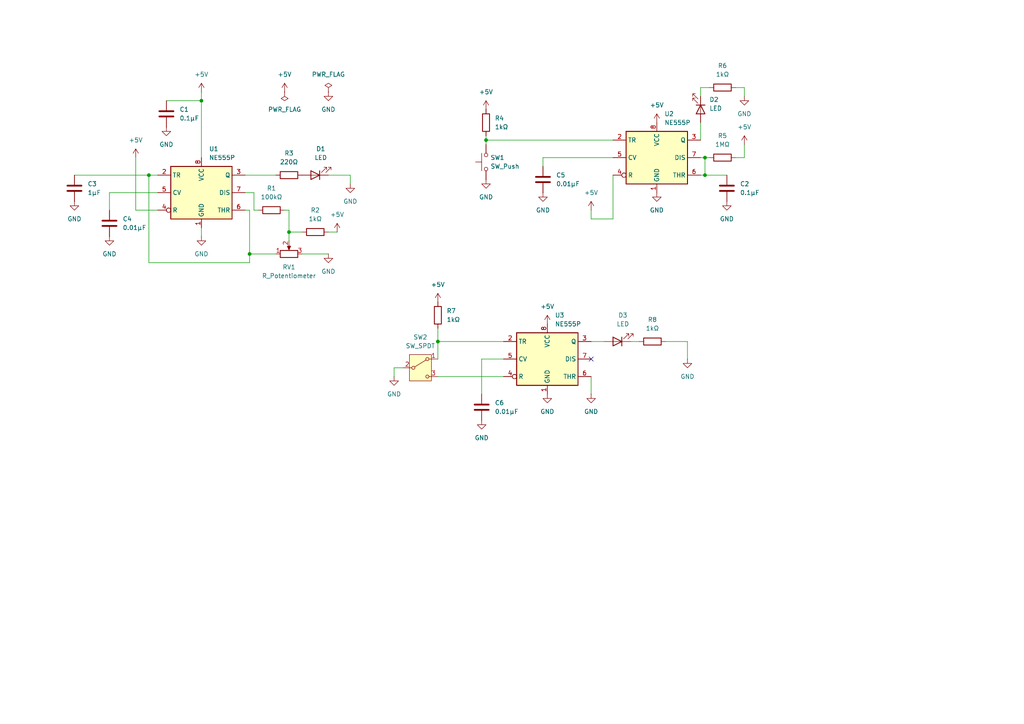
<source format=kicad_sch>
(kicad_sch (version 20231120) (generator "eeschema") (generator_version "8.0")
  (paper "A4")
  (title_block (title "Clock Module") (date "2025-01-13") (rev "0.1.0") (company "Mahdi Jankari"))
  (lib_symbols
    (symbol "Device:C" (pin_numbers hide) (pin_names (offset 0.254))
      (property "Reference" "C" (at 0.635 2.54 0))
      (property "Value" "C" (at 0.635 -2.54 0))
      (symbol "C_0_1"
        (polyline (pts (xy -2.032 -0.762) (xy 2.032 -0.762)) (stroke (width 0.508)))
        (polyline (pts (xy -2.032 0.762) (xy 2.032 0.762)) (stroke (width 0.508)))
      )
      (symbol "C_1_1"
        (pin passive line (at 0 3.81 270) (length 2.794) (name "~") (number "1"))
        (pin passive line (at 0 -3.81 90) (length 2.794) (name "~") (number "2"))
      )
    )
    (symbol "Device:LED" (pin_numbers hide) (pin_names (offset 1.016) hide)
      (property "Reference" "D" (at 0 2.54 0))
      (property "Value" "LED" (at 0 -2.54 0))
      (symbol "LED_0_1"
        (polyline (pts (xy -1.27 -1.27) (xy -1.27 1.27)) (stroke (width 0.254)))
        (polyline (pts (xy -1.27 0) (xy 1.27 0)))
        (polyline (pts (xy 1.27 -1.27) (xy 1.27 1.27) (xy -1.27 0) (xy 1.27 -1.27)) (stroke (width 0.254)))
        (polyline (pts (xy -3.048 -0.762) (xy -4.572 -2.286) (xy -3.81 -2.286) (xy -4.572 -2.286) (xy -4.572 -1.524)))
        (polyline (pts (xy -1.778 -0.762) (xy -3.302 -2.286) (xy -2.54 -2.286) (xy -3.302 -2.286) (xy -3.302 -1.524)))
      )
      (symbol "LED_1_1"
        (pin passive line (at -3.81 0 0) (length 2.54) (name "K") (number "1"))
        (pin passive line (at 3.81 0 180) (length 2.54) (name "A") (number "2"))
      )
    )
    (symbol "Device:R" (pin_numbers hide) (pin_names (offset 0))
      (property "Reference" "R" (at 2.032 0 90))
      (property "Value" "R" (at 0 0 90))
      (symbol "R_0_1"
        (rectangle (start -1.016 -2.54) (end 1.016 2.54) (stroke (width 0.254)))
      )
      (symbol "R_1_1"
        (pin passive line (at 0 3.81 270) (length 1.27) (name "~") (number "1"))
        (pin passive line (at 0 -3.81 90) (length 1.27) (name "~") (number "2"))
      )
    )
    (symbol "Device:R_Potentiometer" (pin_names (offset 1.016) hide)
      (property "Reference" "RV" (at -4.445 0 90))
      (property "Value" "R_Potentiometer" (at -2.54 0 90))
      (symbol "R_Potentiometer_0_1"
        (polyline (pts (xy 2.54 0) (xy 1.524 0)))
        (polyline (pts (xy 1.143 0) (xy 2.286 0.508) (xy 2.286 -0.508) (xy 1.143 0)) (fill (type outline)))
        (rectangle (start 1.016 2.54) (end -1.016 -2.54) (stroke (width 0.254)))
      )
      (symbol "R_Potentiometer_1_1"
        (pin passive line (at 0 3.81 270) (length 1.27) (name "1") (number "1"))
        (pin passive line (at 3.81 0 180) (length 1.27) (name "2") (number "2"))
        (pin passive line (at 0 -3.81 90) (length 1.27) (name "3") (number "3"))
      )
    )
    (symbol "Switch:SW_Push" (pin_numbers hide) (pin_names (offset 1.016) hide)
      (property "Reference" "SW" (at 1.27 2.54 0))
      (property "Value" "SW_Push" (at 0 -1.524 0))
      (symbol "SW_Push_0_1"
        (circle (center -2.032 0) (radius 0.508))
        (polyline (pts (xy 0 1.27) (xy 0 3.048)))
        (polyline (pts (xy 2.54 1.27) (xy -2.54 1.27)))
        (circle (center 2.032 0) (radius 0.508))
        (pin passive line (at -5.08 0 0) (length 2.54) (name "1") (number "1"))
        (pin passive line (at 5.08 0 180) (length 2.54) (name "2") (number "2"))
      )
    )
    (symbol "Switch:SW_SPDT" (pin_names (offset 0) hide)
      (property "Reference" "SW" (at 0 5.08 0))
      (property "Value" "SW_SPDT" (at 0 -5.08 0))
      (symbol "SW_SPDT_0_1"
        (circle (center -2.032 0) (radius 0.4572))
        (polyline (pts (xy -1.651 0.254) (xy 1.651 2.286)))
        (circle (center 2.032 -2.54) (radius 0.4572))
        (circle (center 2.032 2.54) (radius 0.4572))
      )
      (symbol "SW_SPDT_1_1"
        (rectangle (start -3.175 3.81) (end 3.175 -3.81) (fill (type background)))
        (pin passive line (at 5.08 2.54 180) (length 2.54) (name "A") (number "1"))
        (pin passive line (at -5.08 0 0) (length 2.54) (name "B") (number "2"))
        (pin passive line (at 5.08 -2.54 180) (length 2.54) (name "C") (number "3"))
      )
    )
    (symbol "Timer:NE555P"
      (property "Reference" "U" (at -10.16 8.89 0))
      (property "Value" "NE555P" (at 2.54 8.89 0))
      (symbol "NE555P_0_0"
        (pin power_in line (at 0 -10.16 90) (length 2.54) (name "GND") (number "1"))
        (pin power_in line (at 0 10.16 270) (length 2.54) (name "VCC") (number "8"))
      )
      (symbol "NE555P_0_1"
        (rectangle (start -8.89 -7.62) (end 8.89 7.62) (stroke (width 0.254)) (fill (type background)))
        (rectangle (start -8.89 -7.62) (end 8.89 7.62) (stroke (width 0.254)) (fill (type background)))
      )
      (symbol "NE555P_1_1"
        (pin input line (at -12.7 5.08 0) (length 3.81) (name "TR") (number "2"))
        (pin output line (at 12.7 5.08 180) (length 3.81) (name "Q") (number "3"))
        (pin input inverted (at -12.7 -5.08 0) (length 3.81) (name "R") (number "4"))
        (pin input line (at -12.7 0 0) (length 3.81) (name "CV") (number "5"))
        (pin input line (at 12.7 -5.08 180) (length 3.81) (name "THR") (number "6"))
        (pin input line (at 12.7 0 180) (length 3.81) (name "DIS") (number "7"))
      )
    )
    (symbol "power:+5V" (power) (pin_numbers hide) (pin_names (offset 0) hide)
      (property "Value" "+5V" (at 0 3.556 0))
      (symbol "+5V_0_1"
        (polyline (pts (xy -0.762 1.27) (xy 0 2.54)))
        (polyline (pts (xy 0 0) (xy 0 2.54)))
        (polyline (pts (xy 0 2.54) (xy 0.762 1.27)))
      )
      (symbol "+5V_1_1"
        (pin power_in line (at 0 0 90) (length 0) (name "~") (number "1"))
      )
    )
    (symbol "power:GND" (power) (pin_numbers hide) (pin_names (offset 0) hide)
      (property "Value" "GND" (at 0 -3.81 0))
      (symbol "GND_0_1"
        (polyline (pts (xy 0 0) (xy 0 -1.27) (xy 1.27 -1.27) (xy 0 -2.54) (xy -1.27 -1.27) (xy 0 -1.27)))
      )
      (symbol "GND_1_1"
        (pin power_in line (at 0 0 270) (length 0) (name "~") (number "1"))
      )
    )
    (symbol "power:PWR_FLAG" (power) (pin_numbers hide) (pin_names (offset 0) hide)
      (property "Value" "PWR_FLAG" (at 0 3.81 0))
      (symbol "PWR_FLAG_0_0"
        (pin power_out line (at 0 0 90) (length 0) (name "~") (number "1"))
      )
      (symbol "PWR_FLAG_0_1"
        (polyline (pts (xy 0 0) (xy 0 1.27) (xy -1.016 1.905) (xy 0 2.54) (xy 1.016 1.905) (xy 0 1.27)))
      )
    )
  )
  (junction (at 43.18 50.8))
  (junction (at 127 99.06))
  (junction (at 72.39 73.66))
  (junction (at 140.97 40.64))
  (junction (at 204.47 50.8))
  (junction (at 58.42 29.21))
  (junction (at 83.82 67.31))
  (junction (at 204.47 45.72))
  (no_connect (at 171.45 104.14))
  (wire (pts (xy 127 99.06) (xy 146.05 99.06)))
  (wire (pts (xy 31.75 55.88) (xy 31.75 60.96)))
  (wire (pts (xy 171.45 99.06) (xy 175.26 99.06)))
  (wire (pts (xy 39.37 60.96) (xy 45.72 60.96)))
  (wire (pts (xy 39.37 45.72) (xy 39.37 60.96)))
  (wire (pts (xy 139.7 104.14) (xy 139.7 114.3)))
  (wire (pts (xy 83.82 69.85) (xy 83.82 67.31)))
  (wire (pts (xy 116.84 106.68) (xy 114.3 106.68)))
  (wire (pts (xy 71.12 60.96) (xy 72.39 60.96)))
  (wire (pts (xy 146.05 104.14) (xy 139.7 104.14)))
  (wire (pts (xy 48.26 29.21) (xy 58.42 29.21)))
  (wire (pts (xy 43.18 50.8) (xy 45.72 50.8)))
  (wire (pts (xy 58.42 66.04) (xy 58.42 68.58)))
  (wire (pts (xy 157.48 45.72) (xy 157.48 48.26)))
  (wire (pts (xy 171.45 60.96) (xy 171.45 63.5)))
  (wire (pts (xy 21.59 50.8) (xy 43.18 50.8)))
  (wire (pts (xy 83.82 67.31) (xy 83.82 60.96)))
  (wire (pts (xy 203.2 35.56) (xy 203.2 40.64)))
  (wire (pts (xy 73.66 60.96) (xy 73.66 55.88)))
  (wire (pts (xy 45.72 55.88) (xy 31.75 55.88)))
  (wire (pts (xy 203.2 45.72) (xy 204.47 45.72)))
  (wire (pts (xy 215.9 41.91) (xy 215.9 45.72)))
  (wire (pts (xy 203.2 25.4) (xy 203.2 27.94)))
  (wire (pts (xy 72.39 73.66) (xy 80.01 73.66)))
  (wire (pts (xy 177.8 45.72) (xy 157.48 45.72)))
  (wire (pts (xy 140.97 40.64) (xy 140.97 39.37)))
  (wire (pts (xy 72.39 73.66) (xy 72.39 76.2)))
  (wire (pts (xy 114.3 106.68) (xy 114.3 109.22)))
  (wire (pts (xy 101.6 50.8) (xy 101.6 53.34)))
  (wire (pts (xy 58.42 29.21) (xy 58.42 45.72)))
  (wire (pts (xy 83.82 67.31) (xy 87.63 67.31)))
  (wire (pts (xy 127 99.06) (xy 127 104.14)))
  (wire (pts (xy 193.04 99.06) (xy 199.39 99.06)))
  (wire (pts (xy 74.93 60.96) (xy 73.66 60.96)))
  (wire (pts (xy 215.9 25.4) (xy 215.9 27.94)))
  (wire (pts (xy 95.25 50.8) (xy 101.6 50.8)))
  (wire (pts (xy 199.39 99.06) (xy 199.39 104.14)))
  (wire (pts (xy 71.12 55.88) (xy 73.66 55.88)))
  (wire (pts (xy 127 95.25) (xy 127 99.06)))
  (wire (pts (xy 95.25 67.31) (xy 97.79 67.31)))
  (wire (pts (xy 213.36 25.4) (xy 215.9 25.4)))
  (wire (pts (xy 87.63 73.66) (xy 95.25 73.66)))
  (wire (pts (xy 127 109.22) (xy 146.05 109.22)))
  (wire (pts (xy 205.74 25.4) (xy 203.2 25.4)))
  (wire (pts (xy 140.97 41.91) (xy 140.97 40.64)))
  (wire (pts (xy 177.8 63.5) (xy 171.45 63.5)))
  (wire (pts (xy 185.42 99.06) (xy 182.88 99.06)))
  (wire (pts (xy 204.47 50.8) (xy 210.82 50.8)))
  (wire (pts (xy 71.12 50.8) (xy 80.01 50.8)))
  (wire (pts (xy 43.18 76.2) (xy 43.18 50.8)))
  (wire (pts (xy 204.47 45.72) (xy 205.74 45.72)))
  (wire (pts (xy 72.39 60.96) (xy 72.39 73.66)))
  (wire (pts (xy 177.8 50.8) (xy 177.8 63.5)))
  (wire (pts (xy 215.9 45.72) (xy 213.36 45.72)))
  (wire (pts (xy 58.42 26.67) (xy 58.42 29.21)))
  (wire (pts (xy 203.2 50.8) (xy 204.47 50.8)))
  (wire (pts (xy 171.45 109.22) (xy 171.45 114.3)))
  (wire (pts (xy 72.39 76.2) (xy 43.18 76.2)))
  (wire (pts (xy 140.97 40.64) (xy 177.8 40.64)))
  (wire (pts (xy 204.47 45.72) (xy 204.47 50.8)))
  (wire (pts (xy 83.82 60.96) (xy 82.55 60.96)))
  (symbol (lib_id "Device:C") (at 157.48 52.07 0) (unit 1)
    (property "Reference" "C5" (at 161.29 50.7999 0) (effects (justify left)))
    (property "Value" "0.01μF" (at 161.29 53.3399 0) (effects (justify left)))
    (property "Description" "Unpolarized capacitor" (effects (hide yes)))
  )
  (symbol (lib_id "power:+5V") (at 215.9 41.91 0) (unit 1)
    (property "Reference" "#PWR014" (effects (hide yes)))
    (property "Value" "+5V" (at 215.9 36.83 0))
    (property "Description" "Power symbol creates a global label with name \"+5V\"" (effects (hide yes)))
  )
  (symbol (lib_id "Device:R") (at 127 91.44 0) (unit 1)
    (property "Reference" "R7" (at 129.54 90.1699 0) (effects (justify left)))
    (property "Value" "1kΩ" (at 129.54 92.7099 0) (effects (justify left)))
    (property "Description" "Resistor" (effects (hide yes)))
  )
  (symbol (lib_id "Switch:SW_Push") (at 140.97 46.99 90) (unit 1)
    (property "Reference" "SW1" (at 142.24 45.7199 90) (effects (justify right)))
    (property "Value" "SW_Push" (at 142.24 48.2599 90) (effects (justify right)))
    (property "Description" "Push button switch, generic, two pins" (effects (hide yes)))
  )
  (symbol (lib_id "Device:R") (at 209.55 45.72 90) (unit 1)
    (property "Reference" "R5" (at 209.55 39.37 90))
    (property "Value" "1MΩ" (at 209.55 41.91 90))
    (property "Description" "Resistor" (effects (hide yes)))
  )
  (symbol (lib_id "power:GND") (at 95.25 26.67 0) (unit 1)
    (property "Reference" "#PWR01" (effects (hide yes)))
    (property "Value" "GND" (at 95.25 31.75 0))
    (property "Description" "Power symbol creates a global label with name \"GND\" , ground" (effects (hide yes)))
  )
  (symbol (lib_id "Device:R") (at 140.97 35.56 0) (unit 1)
    (property "Reference" "R4" (at 143.51 34.2899 0) (effects (justify left)))
    (property "Value" "1kΩ" (at 143.51 36.8299 0) (effects (justify left)))
    (property "Description" "Resistor" (effects (hide yes)))
  )
  (symbol (lib_id "power:PWR_FLAG") (at 82.55 26.67 180) (unit 1)
    (property "Reference" "#FLG02" (effects (hide yes)))
    (property "Value" "PWR_FLAG" (at 82.55 31.75 0))
    (property "Description" "Special symbol for telling ERC where power comes from" (effects (hide yes)))
  )
  (symbol (lib_id "power:GND") (at 101.6 53.34 0) (unit 1)
    (property "Reference" "#PWR06" (effects (hide yes)))
    (property "Value" "GND" (at 101.6 58.42 0))
    (property "Description" "Power symbol creates a global label with name \"GND\" , ground" (effects (hide yes)))
  )
  (symbol (lib_id "power:GND") (at 139.7 121.92 0) (unit 1)
    (property "Reference" "#PWR026" (effects (hide yes)))
    (property "Value" "GND" (at 139.7 127 0))
    (property "Description" "Power symbol creates a global label with name \"GND\" , ground" (effects (hide yes)))
  )
  (symbol (lib_id "power:+5V") (at 39.37 45.72 0) (unit 1)
    (property "Reference" "#PWR010" (effects (hide yes)))
    (property "Value" "+5V" (at 39.37 40.64 0))
    (property "Description" "Power symbol creates a global label with name \"+5V\"" (effects (hide yes)))
  )
  (symbol (lib_id "power:GND") (at 190.5 55.88 0) (unit 1)
    (property "Reference" "#PWR016" (effects (hide yes)))
    (property "Value" "GND" (at 190.5 60.96 0))
    (property "Description" "Power symbol creates a global label with name \"GND\" , ground" (effects (hide yes)))
  )
  (symbol (lib_id "Device:R") (at 91.44 67.31 90) (unit 1)
    (property "Reference" "R2" (at 91.44 60.96 90))
    (property "Value" "1kΩ" (at 91.44 63.5 90))
    (property "Description" "Resistor" (effects (hide yes)))
  )
  (symbol (lib_id "power:+5V") (at 171.45 60.96 0) (unit 1)
    (property "Reference" "#PWR020" (effects (hide yes)))
    (property "Value" "+5V" (at 171.45 55.88 0))
    (property "Description" "Power symbol creates a global label with name \"+5V\"" (effects (hide yes)))
  )
  (symbol (lib_id "power:+5V") (at 158.75 93.98 0) (unit 1)
    (property "Reference" "#PWR022" (effects (hide yes)))
    (property "Value" "+5V" (at 158.75 88.9 0))
    (property "Description" "Power symbol creates a global label with name \"+5V\"" (effects (hide yes)))
  )
  (symbol (lib_id "power:PWR_FLAG") (at 95.25 26.67 0) (unit 1)
    (property "Reference" "#FLG01" (effects (hide yes)))
    (property "Value" "PWR_FLAG" (at 95.25 21.59 0))
    (property "Description" "Special symbol for telling ERC where power comes from" (effects (hide yes)))
  )
  (symbol (lib_id "power:GND") (at 171.45 114.3 0) (unit 1)
    (property "Reference" "#PWR023" (effects (hide yes)))
    (property "Value" "GND" (at 171.45 119.38 0))
    (property "Description" "Power symbol creates a global label with name \"GND\" , ground" (effects (hide yes)))
  )
  (symbol (lib_id "Device:C") (at 21.59 54.61 0) (unit 1)
    (property "Reference" "C3" (at 25.4 53.3399 0) (effects (justify left)))
    (property "Value" "1μF" (at 25.4 55.8799 0) (effects (justify left)))
    (property "Description" "Unpolarized capacitor" (effects (hide yes)))
  )
  (symbol (lib_id "power:GND") (at 21.59 58.42 0) (unit 1)
    (property "Reference" "#PWR07" (effects (hide yes)))
    (property "Value" "GND" (at 21.59 63.5 0))
    (property "Description" "Power symbol creates a global label with name \"GND\" , ground" (effects (hide yes)))
  )
  (symbol (lib_id "power:GND") (at 58.42 68.58 0) (unit 1)
    (property "Reference" "#PWR03" (effects (hide yes)))
    (property "Value" "GND" (at 58.42 73.66 0))
    (property "Description" "Power symbol creates a global label with name \"GND\" , ground" (effects (hide yes)))
  )
  (symbol (lib_id "Device:C") (at 48.26 33.02 0) (unit 1)
    (property "Reference" "C1" (at 52.07 31.7499 0) (effects (justify left)))
    (property "Value" "0.1μF" (at 52.07 34.2899 0) (effects (justify left)))
    (property "Description" "Unpolarized capacitor" (effects (hide yes)))
  )
  (symbol (lib_id "power:GND") (at 215.9 27.94 0) (unit 1)
    (property "Reference" "#PWR018" (effects (hide yes)))
    (property "Value" "GND" (at 215.9 33.02 0))
    (property "Description" "Power symbol creates a global label with name \"GND\" , ground" (effects (hide yes)))
  )
  (symbol (lib_id "power:GND") (at 158.75 114.3 0) (unit 1)
    (property "Reference" "#PWR021" (effects (hide yes)))
    (property "Value" "GND" (at 158.75 119.38 0))
    (property "Description" "Power symbol creates a global label with name \"GND\" , ground" (effects (hide yes)))
  )
  (symbol (lib_id "Switch:SW_SPDT") (at 121.92 106.68 0) (unit 1)
    (property "Reference" "SW2" (at 121.92 97.79 0))
    (property "Value" "SW_SPDT" (at 121.92 100.33 0))
    (property "Description" "Switch, single pole double throw" (effects (hide yes)))
  )
  (symbol (lib_id "power:GND") (at 199.39 104.14 0) (unit 1)
    (property "Reference" "#PWR027" (effects (hide yes)))
    (property "Value" "GND" (at 199.39 109.22 0))
    (property "Description" "Power symbol creates a global label with name \"GND\" , ground" (effects (hide yes)))
  )
  (symbol (lib_id "power:+5V") (at 127 87.63 0) (unit 1)
    (property "Reference" "#PWR024" (effects (hide yes)))
    (property "Value" "+5V" (at 127 82.55 0))
    (property "Description" "Power symbol creates a global label with name \"+5V\"" (effects (hide yes)))
  )
  (symbol (lib_id "Device:LED") (at 179.07 99.06 180) (unit 1)
    (property "Reference" "D3" (at 180.6575 91.44 0))
    (property "Value" "LED" (at 180.6575 93.98 0))
    (property "Description" "Light emitting diode" (effects (hide yes)))
  )
  (symbol (lib_id "Device:C") (at 139.7 118.11 0) (unit 1)
    (property "Reference" "C6" (at 143.51 116.8399 0) (effects (justify left)))
    (property "Value" "0.01μF" (at 143.51 119.3799 0) (effects (justify left)))
    (property "Description" "Unpolarized capacitor" (effects (hide yes)))
  )
  (symbol (lib_id "Device:R_Potentiometer") (at 83.82 73.66 90) (unit 1)
    (property "Reference" "RV1" (at 83.82 77.47 90))
    (property "Value" "R_Potentiometer" (at 83.82 80.01 90))
    (property "Description" "Potentiometer" (effects (hide yes)))
  )
  (symbol (lib_id "Device:C") (at 31.75 64.77 0) (unit 1)
    (property "Reference" "C4" (at 35.56 63.4999 0) (effects (justify left)))
    (property "Value" "0.01μF" (at 35.56 66.0399 0) (effects (justify left)))
    (property "Description" "Unpolarized capacitor" (effects (hide yes)))
  )
  (symbol (lib_id "Device:R") (at 83.82 50.8 90) (unit 1)
    (property "Reference" "R3" (at 83.82 44.45 90))
    (property "Value" "220Ω" (at 83.82 46.99 90))
    (property "Description" "Resistor" (effects (hide yes)))
  )
  (symbol (lib_id "Timer:NE555P") (at 158.75 104.14 0) (unit 1)
    (property "Reference" "U3" (at 160.9441 91.44 0) (effects (justify left)))
    (property "Value" "NE555P" (at 160.9441 93.98 0) (effects (justify left)))
    (property "Footprint" "Package_DIP:DIP-8_W7.62mm" (effects (hide yes)))
    (property "Datasheet" "http://www.ti.com/lit/ds/symlink/ne555.pdf" (effects (hide yes)))
    (property "Description" "Precision Timers, 555 compatible,  PDIP-8" (effects (hide yes)))
  )
  (symbol (lib_id "power:GND") (at 31.75 68.58 0) (unit 1)
    (property "Reference" "#PWR09" (effects (hide yes)))
    (property "Value" "GND" (at 31.75 73.66 0))
    (property "Description" "Power symbol creates a global label with name \"GND\" , ground" (effects (hide yes)))
  )
  (symbol (lib_id "Device:C") (at 210.82 54.61 0) (unit 1)
    (property "Reference" "C2" (at 214.63 53.3399 0) (effects (justify left)))
    (property "Value" "0.1μF" (at 214.63 55.8799 0) (effects (justify left)))
    (property "Description" "Unpolarized capacitor" (effects (hide yes)))
  )
  (symbol (lib_id "power:GND") (at 140.97 52.07 0) (unit 1)
    (property "Reference" "#PWR012" (effects (hide yes)))
    (property "Value" "GND" (at 140.97 57.15 0))
    (property "Description" "Power symbol creates a global label with name \"GND\" , ground" (effects (hide yes)))
  )
  (symbol (lib_id "Timer:NE555P") (at 58.42 55.88 0) (unit 1)
    (property "Reference" "U1" (at 60.6141 43.18 0) (effects (justify left)))
    (property "Value" "NE555P" (at 60.6141 45.72 0) (effects (justify left)))
    (property "Footprint" "Package_DIP:DIP-8_W7.62mm" (effects (hide yes)))
    (property "Datasheet" "http://www.ti.com/lit/ds/symlink/ne555.pdf" (effects (hide yes)))
    (property "Description" "Precision Timers, 555 compatible,  PDIP-8" (effects (hide yes)))
  )
  (symbol (lib_id "power:+5V") (at 190.5 35.56 0) (unit 1)
    (property "Reference" "#PWR017" (effects (hide yes)))
    (property "Value" "+5V" (at 190.5 30.48 0))
    (property "Description" "Power symbol creates a global label with name \"+5V\"" (effects (hide yes)))
  )
  (symbol (lib_id "Device:LED") (at 203.2 31.75 270) (unit 1)
    (property "Reference" "D2" (at 205.74 28.8924 90) (effects (justify left)))
    (property "Value" "LED" (at 205.74 31.4324 90) (effects (justify left)))
    (property "Description" "Light emitting diode" (effects (hide yes)))
  )
  (symbol (lib_id "Device:R") (at 189.23 99.06 90) (unit 1)
    (property "Reference" "R8" (at 189.23 92.71 90))
    (property "Value" "1kΩ" (at 189.23 95.25 90))
    (property "Description" "Resistor" (effects (hide yes)))
  )
  (symbol (lib_id "power:+5V") (at 140.97 31.75 0) (unit 1)
    (property "Reference" "#PWR013" (effects (hide yes)))
    (property "Value" "+5V" (at 140.97 26.67 0))
    (property "Description" "Power symbol creates a global label with name \"+5V\"" (effects (hide yes)))
  )
  (symbol (lib_id "power:+5V") (at 82.55 26.67 0) (unit 1)
    (property "Reference" "#PWR02" (effects (hide yes)))
    (property "Value" "+5V" (at 82.55 21.59 0))
    (property "Description" "Power symbol creates a global label with name \"+5V\"" (effects (hide yes)))
  )
  (symbol (lib_id "power:GND") (at 95.25 73.66 0) (unit 1)
    (property "Reference" "#PWR011" (effects (hide yes)))
    (property "Value" "GND" (at 95.25 78.74 0))
    (property "Description" "Power symbol creates a global label with name \"GND\" , ground" (effects (hide yes)))
  )
  (symbol (lib_id "Device:LED") (at 91.44 50.8 180) (unit 1)
    (property "Reference" "D1" (at 93.0275 43.18 0))
    (property "Value" "LED" (at 93.0275 45.72 0))
    (property "Description" "Light emitting diode" (effects (hide yes)))
  )
  (symbol (lib_id "Device:R") (at 209.55 25.4 90) (unit 1)
    (property "Reference" "R6" (at 209.55 19.05 90))
    (property "Value" "1kΩ" (at 209.55 21.59 90))
    (property "Description" "Resistor" (effects (hide yes)))
  )
  (symbol (lib_id "Device:R") (at 78.74 60.96 90) (unit 1)
    (property "Reference" "R1" (at 78.74 54.61 90))
    (property "Value" "100kΩ" (at 78.74 57.15 90))
    (property "Description" "Resistor" (effects (hide yes)))
  )
  (symbol (lib_id "power:GND") (at 157.48 55.88 0) (unit 1)
    (property "Reference" "#PWR019" (effects (hide yes)))
    (property "Value" "GND" (at 157.48 60.96 0))
    (property "Description" "Power symbol creates a global label with name \"GND\" , ground" (effects (hide yes)))
  )
  (symbol (lib_id "power:+5V") (at 97.79 67.31 0) (unit 1)
    (property "Reference" "#PWR08" (effects (hide yes)))
    (property "Value" "+5V" (at 97.79 62.23 0))
    (property "Description" "Power symbol creates a global label with name \"+5V\"" (effects (hide yes)))
  )
  (symbol (lib_id "power:+5V") (at 58.42 26.67 0) (unit 1)
    (property "Reference" "#PWR04" (effects (hide yes)))
    (property "Value" "+5V" (at 58.42 21.59 0))
    (property "Description" "Power symbol creates a global label with name \"+5V\"" (effects (hide yes)))
  )
  (symbol (lib_id "power:GND") (at 48.26 36.83 0) (unit 1)
    (property "Reference" "#PWR05" (effects (hide yes)))
    (property "Value" "GND" (at 48.26 41.91 0))
    (property "Description" "Power symbol creates a global label with name \"GND\" , ground" (effects (hide yes)))
  )
  (symbol (lib_id "Timer:NE555P") (at 190.5 45.72 0) (unit 1)
    (property "Reference" "U2" (at 192.6941 33.02 0) (effects (justify left)))
    (property "Value" "NE555P" (at 192.6941 35.56 0) (effects (justify left)))
    (property "Footprint" "Package_DIP:DIP-8_W7.62mm" (effects (hide yes)))
    (property "Datasheet" "http://www.ti.com/lit/ds/symlink/ne555.pdf" (effects (hide yes)))
    (property "Description" "Precision Timers, 555 compatible,  PDIP-8" (effects (hide yes)))
  )
  (symbol (lib_id "power:GND") (at 210.82 58.42 0) (unit 1)
    (property "Reference" "#PWR015" (effects (hide yes)))
    (property "Value" "GND" (at 210.82 63.5 0))
    (property "Description" "Power symbol creates a global label with name \"GND\" , ground" (effects (hide yes)))
  )
  (symbol (lib_id "power:GND") (at 114.3 109.22 0) (unit 1)
    (property "Reference" "#PWR025" (effects (hide yes)))
    (property "Value" "GND" (at 114.3 114.3 0))
    (property "Description" "Power symbol creates a global label with name \"GND\" , ground" (effects (hide yes)))
  )
)
</source>
